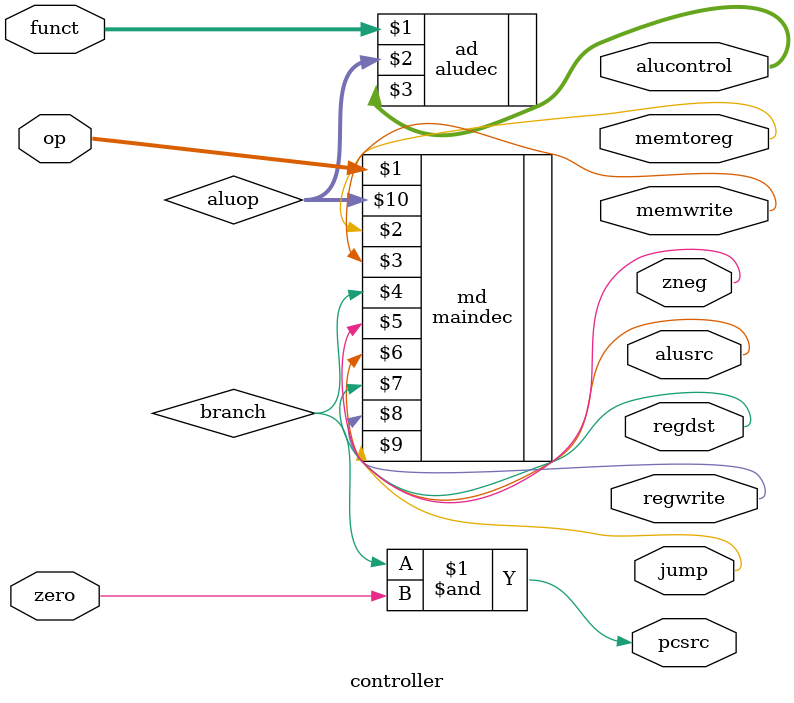
<source format=sv>

module controller(input logic [5:0] op, funct,
                  input logic zero,
                  output logic zneg,
                  output logic memtoreg, memwrite, pcsrc, alusrc, regdst,
                  output logic regwrite, jump,
                  output logic [2:0] alucontrol);
  logic [1:0] aluop;
  logic branch;
  maindec md(op, memtoreg, memwrite, branch, zneg, alusrc, regdst, regwrite, jump,
    aluop);
  aludec ad(funct, aluop, alucontrol);

  assign pcsrc = branch & zero;
endmodule

</source>
